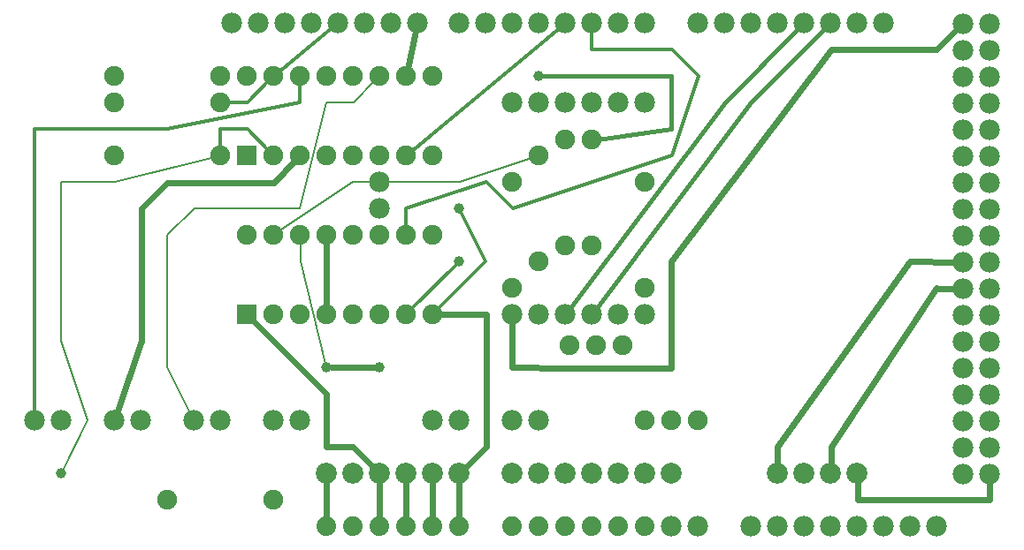
<source format=gbl>
G04 MADE WITH FRITZING*
G04 WWW.FRITZING.ORG*
G04 DOUBLE SIDED*
G04 HOLES PLATED*
G04 CONTOUR ON CENTER OF CONTOUR VECTOR*
%ASAXBY*%
%FSLAX23Y23*%
%MOIN*%
%OFA0B0*%
%SFA1.0B1.0*%
%ADD10C,0.039370*%
%ADD11C,0.078740*%
%ADD12C,0.075000*%
%ADD13C,0.078000*%
%ADD14C,0.079370*%
%ADD15C,0.074000*%
%ADD16R,0.075000X0.075000*%
%ADD17C,0.008000*%
%ADD18C,0.012000*%
%ADD19C,0.024000*%
%ADD20C,0.016000*%
%LNCOPPER0*%
G90*
G70*
G54D10*
X301Y417D03*
X2101Y1917D03*
G54D11*
X2601Y417D03*
G54D12*
X2701Y617D03*
X2418Y900D03*
G54D13*
X2600Y216D03*
X2700Y216D03*
G54D14*
X1301Y417D03*
X1401Y417D03*
X1501Y417D03*
X1601Y417D03*
X1701Y417D03*
X1801Y417D03*
X2401Y417D03*
X2301Y417D03*
X2201Y417D03*
X2001Y417D03*
X3301Y417D03*
X3201Y417D03*
X3101Y417D03*
X3001Y417D03*
X2101Y417D03*
X2501Y417D03*
G54D15*
X1301Y217D03*
X1401Y217D03*
X1501Y217D03*
X1601Y217D03*
X1701Y217D03*
X1801Y217D03*
X2001Y217D03*
X2101Y217D03*
X2201Y217D03*
X2301Y217D03*
X2401Y217D03*
X2501Y217D03*
G54D13*
X2001Y617D03*
X2101Y617D03*
X1701Y617D03*
X1801Y617D03*
X1101Y617D03*
X1201Y617D03*
X1501Y1417D03*
X1501Y1517D03*
X801Y617D03*
X901Y617D03*
X501Y617D03*
X601Y617D03*
X201Y617D03*
X301Y617D03*
X2001Y1017D03*
X2101Y1017D03*
X2201Y1017D03*
X2301Y1017D03*
X2401Y1017D03*
X2501Y1017D03*
G54D10*
X1801Y1217D03*
X1801Y1417D03*
G54D13*
X2901Y217D03*
X3001Y217D03*
X3101Y217D03*
X3201Y217D03*
X3301Y217D03*
X3401Y217D03*
X3501Y217D03*
X3601Y217D03*
X3699Y2115D03*
X3699Y2015D03*
X3699Y1915D03*
X3699Y1815D03*
X3699Y1715D03*
X3699Y1615D03*
X3699Y1515D03*
X3699Y1415D03*
X3699Y1315D03*
X3699Y1215D03*
X3699Y1115D03*
X3699Y1015D03*
X3699Y915D03*
X3699Y815D03*
X3699Y715D03*
X3699Y615D03*
X3699Y515D03*
X3699Y415D03*
X3699Y2115D03*
X3699Y2015D03*
X3699Y1915D03*
X3699Y1815D03*
X3699Y1715D03*
X3699Y1615D03*
X3699Y1515D03*
X3699Y1415D03*
X3699Y1315D03*
X3699Y1215D03*
X3699Y1115D03*
X3699Y1015D03*
X3699Y915D03*
X3699Y815D03*
X3699Y715D03*
X3699Y615D03*
X3699Y515D03*
X3699Y415D03*
X3799Y415D03*
X3799Y515D03*
X3799Y615D03*
X3799Y715D03*
X3799Y815D03*
X3799Y915D03*
X3799Y1015D03*
X3799Y1115D03*
X3799Y1215D03*
X3799Y1315D03*
X3799Y1415D03*
X3799Y1515D03*
X3799Y1615D03*
X3799Y1715D03*
X3799Y1815D03*
X3799Y1915D03*
X3799Y2015D03*
X3799Y2115D03*
X2701Y2117D03*
X2801Y2117D03*
X2901Y2117D03*
X3001Y2117D03*
X3101Y2117D03*
X3201Y2117D03*
X3301Y2117D03*
X3401Y2117D03*
X1801Y2117D03*
X1901Y2117D03*
X2001Y2117D03*
X2101Y2117D03*
X2201Y2117D03*
X2301Y2117D03*
X2401Y2117D03*
X2501Y2117D03*
X942Y2117D03*
X1042Y2117D03*
X1142Y2117D03*
X1242Y2117D03*
X1342Y2117D03*
X1442Y2117D03*
X1542Y2117D03*
X1642Y2117D03*
G54D10*
X1301Y817D03*
X1501Y817D03*
G54D13*
X2001Y1817D03*
X2101Y1817D03*
X2201Y1817D03*
X2301Y1817D03*
X2401Y1817D03*
X2501Y1817D03*
G54D12*
X1001Y1017D03*
X1001Y1317D03*
X1101Y1017D03*
X1101Y1317D03*
X1201Y1017D03*
X1201Y1317D03*
X1301Y1017D03*
X1301Y1317D03*
X1401Y1017D03*
X1401Y1317D03*
X1501Y1017D03*
X1501Y1317D03*
X1601Y1017D03*
X1601Y1317D03*
X1701Y1017D03*
X1701Y1317D03*
X1001Y1617D03*
X1001Y1917D03*
X1101Y1617D03*
X1101Y1917D03*
X1201Y1617D03*
X1201Y1917D03*
X1301Y1617D03*
X1301Y1917D03*
X1401Y1617D03*
X1401Y1917D03*
X1501Y1617D03*
X1501Y1917D03*
X1601Y1617D03*
X1601Y1917D03*
X1701Y1617D03*
X1701Y1917D03*
X2501Y1117D03*
X2501Y1517D03*
X2301Y1276D03*
X2301Y1676D03*
X701Y317D03*
X1101Y317D03*
X2501Y617D03*
X2218Y900D03*
X2601Y617D03*
X2318Y900D03*
X2101Y1217D03*
X2101Y1617D03*
X2001Y1117D03*
X2001Y1517D03*
X2201Y1276D03*
X2201Y1676D03*
X501Y1617D03*
X901Y1617D03*
X501Y1917D03*
X901Y1917D03*
X501Y1817D03*
X901Y1817D03*
G54D16*
X1001Y1017D03*
X1001Y1617D03*
G54D17*
X1802Y1518D02*
X2102Y1617D01*
D02*
X1501Y1516D02*
X1802Y1518D01*
D02*
X2102Y1617D02*
X2120Y1630D01*
D02*
X1401Y1516D02*
X1501Y1516D01*
D02*
X1120Y1330D02*
X1401Y1516D01*
G54D18*
D02*
X2182Y2101D02*
X1619Y1632D01*
G54D19*
D02*
X1301Y1288D02*
X1301Y1046D01*
G54D17*
D02*
X1203Y1218D02*
X1298Y830D01*
D02*
X1202Y1294D02*
X1203Y1218D01*
G54D18*
D02*
X1901Y1217D02*
X1717Y1033D01*
D02*
X1807Y1405D02*
X1901Y1217D01*
D02*
X1792Y1207D02*
X1618Y1033D01*
D02*
X2301Y2017D02*
X2602Y2017D01*
D02*
X2602Y2017D02*
X2702Y1917D01*
D02*
X2702Y1917D02*
X2602Y1617D01*
D02*
X2602Y1617D02*
X2002Y1417D01*
D02*
X2002Y1417D02*
X1902Y1517D01*
D02*
X1902Y1517D02*
X1601Y1417D01*
D02*
X2301Y2092D02*
X2301Y2017D01*
D02*
X1601Y1417D02*
X1601Y1340D01*
D02*
X1119Y1932D02*
X1323Y2101D01*
G54D19*
D02*
X3202Y519D02*
X3601Y1117D01*
D02*
X3601Y1117D02*
X3600Y1115D01*
D02*
X3600Y1115D02*
X3669Y1115D01*
D02*
X3202Y448D02*
X3202Y519D01*
D02*
X3001Y517D02*
X3501Y1217D01*
D02*
X3501Y1217D02*
X3669Y1215D01*
D02*
X3001Y448D02*
X3001Y517D01*
D02*
X3800Y318D02*
X3302Y318D01*
D02*
X3302Y318D02*
X3302Y386D01*
D02*
X3800Y385D02*
X3800Y318D01*
G54D20*
D02*
X2802Y1817D02*
X3084Y2100D01*
D02*
X2216Y1037D02*
X2802Y1817D01*
D02*
X2901Y1817D02*
X3184Y2100D01*
D02*
X2316Y1037D02*
X2901Y1817D01*
G54D19*
D02*
X2601Y1217D02*
X2601Y815D01*
D02*
X2601Y815D02*
X2203Y815D01*
D02*
X2203Y815D02*
X2001Y816D01*
D02*
X2001Y816D02*
X2001Y987D01*
D02*
X3202Y2018D02*
X2601Y1217D01*
D02*
X3600Y2018D02*
X3202Y2018D01*
D02*
X3678Y2094D02*
X3600Y2018D01*
G54D17*
D02*
X502Y1516D02*
X879Y1611D01*
D02*
X301Y1517D02*
X502Y1516D01*
D02*
X301Y917D02*
X301Y1517D01*
D02*
X401Y617D02*
X301Y917D01*
D02*
X307Y429D02*
X401Y617D01*
G54D20*
D02*
X2601Y1716D02*
X2601Y1918D01*
D02*
X2601Y1918D02*
X2301Y1918D01*
D02*
X2301Y1918D02*
X2115Y1917D01*
D02*
X2324Y1679D02*
X2601Y1716D01*
G54D19*
D02*
X1903Y1018D02*
X1903Y517D01*
D02*
X1903Y517D02*
X1823Y439D01*
D02*
X1730Y1017D02*
X1903Y1018D01*
D02*
X1701Y248D02*
X1701Y386D01*
D02*
X1601Y248D02*
X1601Y386D01*
D02*
X1501Y248D02*
X1501Y386D01*
D02*
X1301Y248D02*
X1301Y386D01*
D02*
X1301Y717D02*
X1301Y517D01*
D02*
X1301Y517D02*
X1401Y517D01*
D02*
X1401Y517D02*
X1479Y439D01*
D02*
X1021Y997D02*
X1301Y717D01*
D02*
X1801Y248D02*
X1801Y386D01*
G54D18*
D02*
X201Y1717D02*
X201Y641D01*
D02*
X403Y1717D02*
X201Y1717D01*
D02*
X701Y1717D02*
X403Y1717D01*
D02*
X1201Y1817D02*
X701Y1717D01*
D02*
X1201Y1894D02*
X1201Y1817D01*
G54D19*
D02*
X602Y916D02*
X511Y645D01*
D02*
X602Y1416D02*
X602Y916D01*
D02*
X700Y1515D02*
X602Y1416D01*
D02*
X1102Y1515D02*
X700Y1515D01*
D02*
X1181Y1596D02*
X1102Y1515D01*
G54D17*
D02*
X700Y817D02*
X790Y639D01*
D02*
X700Y1318D02*
X700Y817D01*
D02*
X803Y1416D02*
X700Y1318D01*
D02*
X1201Y1416D02*
X803Y1416D01*
D02*
X1300Y1819D02*
X1201Y1416D01*
D02*
X1402Y1819D02*
X1300Y1819D01*
D02*
X1485Y1901D02*
X1402Y1819D01*
G54D19*
D02*
X1607Y1945D02*
X1636Y2087D01*
D02*
X1482Y817D02*
X1320Y817D01*
G54D18*
D02*
X1002Y1817D02*
X1085Y1901D01*
D02*
X924Y1817D02*
X1002Y1817D01*
D02*
X1002Y1718D02*
X1085Y1633D01*
D02*
X901Y1717D02*
X1002Y1718D01*
D02*
X901Y1640D02*
X901Y1717D01*
G04 End of Copper0*
M02*
</source>
